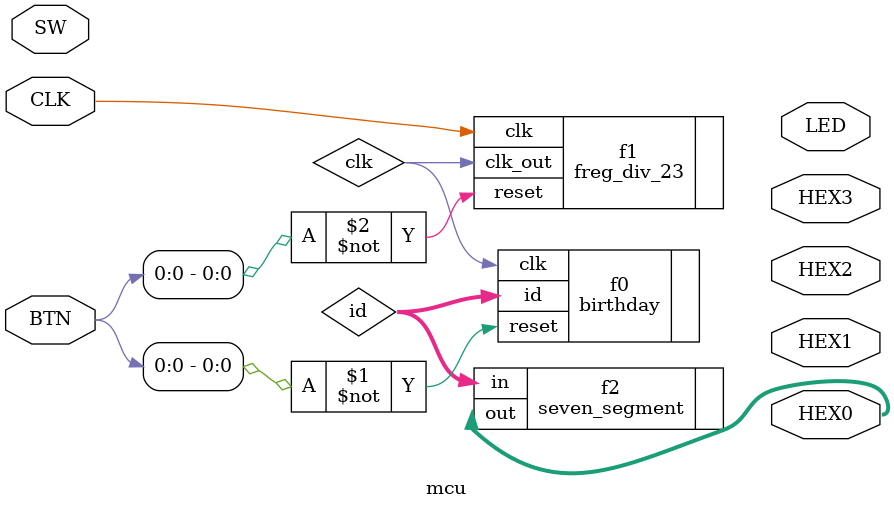
<source format=sv>


module mcu(

	//////////// CLOCK //////////
	input CLK,

	//////////// 7-segment decoder //////////
	output [6:0] HEX0,
	output [6:0] HEX1,
	output [6:0] HEX2,
	output [6:0] HEX3,
	
	//////////// LED /////////////
	output [9:0] LED,
	
	//////////// SWITCH //////////
	input [9:0] SW,
	
	//////////// BUTTON //////////
	input [2:0] BTN
	
);
//*******************************//

logic clk;
logic [3:0]id;

birthday f0(
	.reset(~BTN[0]),
	.clk(clk),
	.id(id)
);

freg_div_23 f1(
	.clk(CLK),
	.reset(~BTN[0]),
	.clk_out(clk)
);

seven_segment f2(
	.in(id),
	.out(HEX0)
);

/*
logic clk;
logic [2:0] sec_tens, min_tens;
logic [3:0] sec_units, min_units;
freg_div_23 f0(
	.clk(CLK),
	.reset(~BTN[0]),
	.clk_out(clk)
);

day_timer f1(
	.clk(clk),
	.reset(~BTN[0]),
	.sec_units(sec_units),
	.sec_tens(sec_tens),
	.min_units(min_units),
	.min_tens(min_tens)
);

seven_segment f2(
	.in(sec_units),
	.out(HEX0)
);

seven_segment f3(
	.in(sec_tens),
	.out(HEX1)
);

seven_segment f4(
	.in(min_units),
	.out(HEX2)
);

seven_segment f5(
	.in(min_tens),
	.out(HEX3)
);
*/

/*
logic clk;
freg_div_23 f0(
	.clk(CLK),
	.reset(~BTN[1]),
	.clk_out(clk)
);

RGYcombine f1(
	.clk(clk),
	.reset(~BTN[1]),
	.r({LED[7], LED[2]}),
	.y({LED[6], LED[1]}),
	.g({LED[5], LED[0]})
);
*/

/*
logic [3:0]q;
logic clk;
freg_div_23 f0(
	.clk(CLK),
	.reset(~BTN[1]),
	.clk_out(clk)
);

fourupdown f1(
	.clk(clk),
	.reset(~BTN[1]),
	.x(SW[0]),
	.q(q)
);


seven_segment f2(
	.in(q),
	.out(HEX0)
);
*/

/*
comfourbitcnt fun(
	.clk(BTN[0]),
	.reset(~BTN[1]),
	.seg(HEX0)
);
*/

/*
BCD_show fun(
	.A(SW[3:0]),
	.B(SW[7:4]),
	.carry_in(SW[8]),
	.output_carry(LED[0]),
	.carry_out(LED[1]),
	.seg(HEX0)
);
*/
/*
logic [3:0]seg;
BCD first(
	.a(SW[3:0]),
	.b(SW[7:4]),
	.c(SW[8]),
	.S(seg),
	.carry_out(LED[1]),
	.output_carry(LED[0])
);
seven_segment second(
	.in(seg),
	.out(HEX0)
);
*/

/*
logic [3:0]S;
add_minus fun(
	.A(SW[3:0]),
	.B(SW[7:4]),
	.m(SW[8]),
	.S(S),
	.c(LED[0]),
	.v(LED[1])
);

seven_segment fun1(
	.in(S),
	.out(HEX0)
);
*/
/*
seven_segment fun1(
	.in(SW[3:0]),
	.out(HEX0)
);
*/
// add module here
/*
adder_8bit adder1(
	.a(SW[7:0]),
	.b(SW[7:0]),
	.s(LED[7:0])
);

sub_8bit sub1(
	.a(8'd20),
	.b(8'd12),
	.s()
);
*/
/*add add1(
	.a(SW[0]),
	.b(SW[1]),
	.cin(SW[2]),
	.s(LED[0]),
	.cout(LED[1])
);*/
/*
adder4 add4(
	.A(SW[3:0]),
	.B(SW[7:4]),
	.S(LED[3:0]),
	.cout(LED[4]),
	.cin(SW[8])
);
*/
//*******************************//

endmodule

</source>
